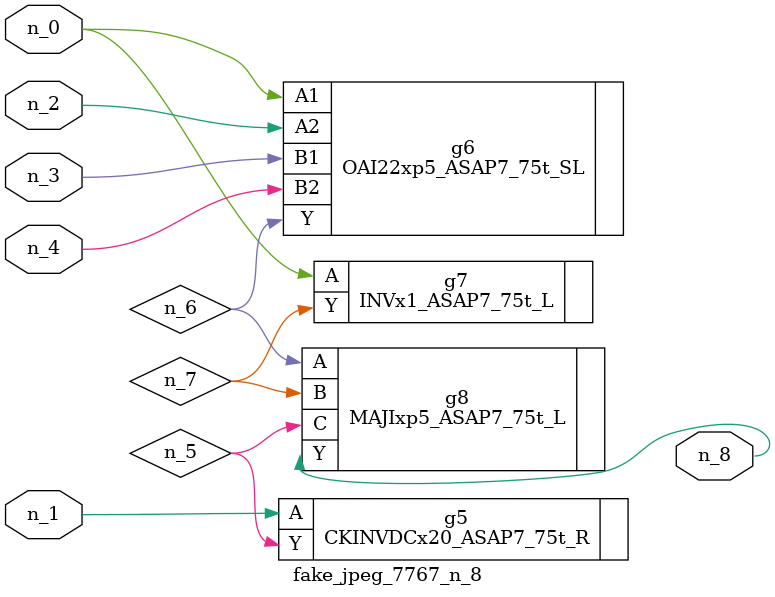
<source format=v>
module fake_jpeg_7767_n_8 (n_3, n_2, n_1, n_0, n_4, n_8);

input n_3;
input n_2;
input n_1;
input n_0;
input n_4;

output n_8;

wire n_6;
wire n_5;
wire n_7;

CKINVDCx20_ASAP7_75t_R g5 ( 
.A(n_1),
.Y(n_5)
);

OAI22xp5_ASAP7_75t_SL g6 ( 
.A1(n_0),
.A2(n_2),
.B1(n_3),
.B2(n_4),
.Y(n_6)
);

INVx1_ASAP7_75t_L g7 ( 
.A(n_0),
.Y(n_7)
);

MAJIxp5_ASAP7_75t_L g8 ( 
.A(n_6),
.B(n_7),
.C(n_5),
.Y(n_8)
);


endmodule
</source>
